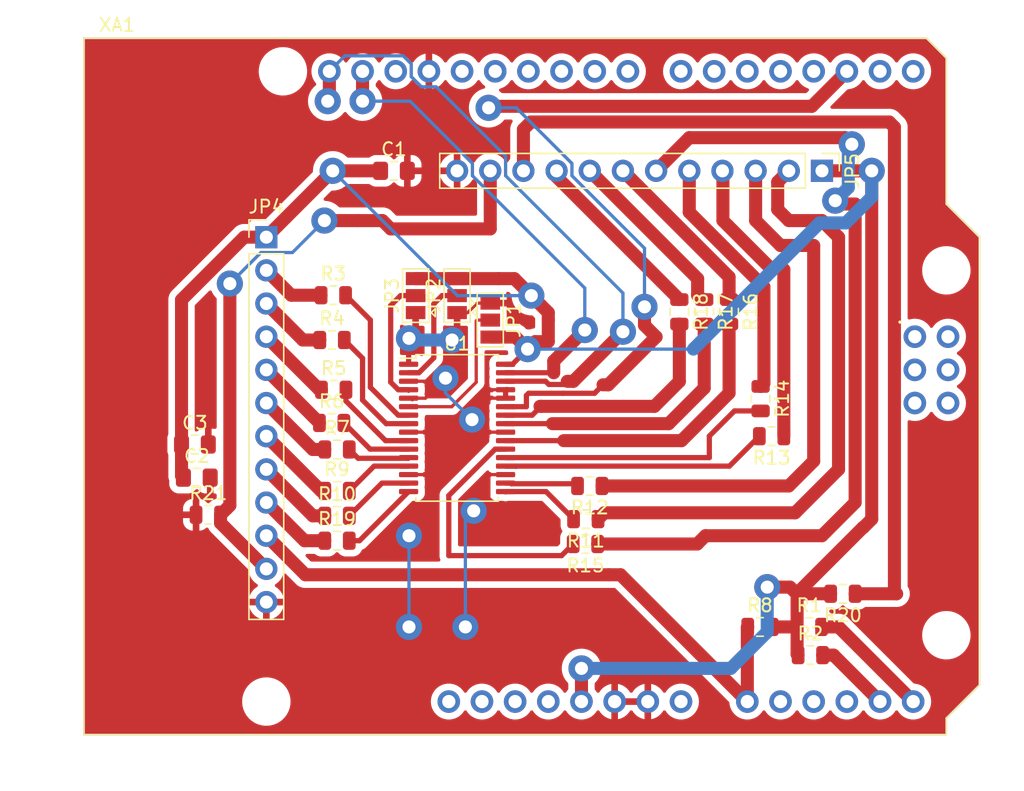
<source format=kicad_pcb>
(kicad_pcb (version 20221018) (generator pcbnew)
  (layers (0 "F.Cu" signal) (31 "B.Cu" signal) (34 "B.Paste" user) (35 "F.Paste" user) (36 "B.SilkS" user "B.Silkscreen") (37 "F.SilkS" user "F.Silkscreen") (38 "B.Mask" user) (39 "F.Mask" user) (44 "Edge.Cuts" user))
  (net 0 "")
  (net 1 "GND")
  (net 2 "5V")
  (net 3 "Net-(JP1-Pad2)")
  (net 4 "Net-(JP2-Pad2)")
  (net 5 "Net-(JP3-Pad2)")
  (net 6 "Net-(JP4-Pad11)")
  (net 7 "A0")
  (net 8 "Net-(JP4-Pad9)")
  (net 9 "Net-(JP4-Pad8)")
  (net 10 "Net-(JP4-Pad7)")
  (net 11 "Net-(JP4-Pad6)")
  (net 12 "Net-(JP4-Pad5)")
  (net 13 "Net-(JP4-Pad4)")
  (net 14 "Net-(JP4-Pad3)")
  (net 15 "Net-(JP4-Pad2)")
  (net 16 "Net-(JP5-Pad2)")
  (net 17 "Net-(JP5-Pad3)")
  (net 18 "Net-(JP5-Pad4)")
  (net 19 "Net-(JP5-Pad5)")
  (net 20 "Net-(JP5-Pad6)")
  (net 21 "Net-(JP5-Pad7)")
  (net 22 "Net-(JP5-Pad8)")
  (net 23 "Net-(JP5-Pad9)")
  (net 24 "Net-(JP5-Pad10)")
  (net 25 "OE-")
  (net 26 "SDA")
  (net 27 "SCL")
  (net 28 "Net-(R3-Pad2)")
  (net 29 "Net-(R4-Pad2)")
  (net 30 "Net-(R5-Pad2)")
  (net 31 "Net-(R6-Pad2)")
  (net 32 "Net-(R7-Pad2)")
  (net 33 "Net-(R9-Pad2)")
  (net 34 "Net-(R10-Pad2)")
  (net 35 "Net-(R11-Pad2)")
  (net 36 "Net-(R12-Pad2)")
  (net 37 "Net-(R13-Pad2)")
  (net 38 "Net-(R14-Pad2)")
  (net 39 "Net-(R15-Pad2)")
  (net 40 "Net-(R16-Pad2)")
  (net 41 "Net-(R17-Pad2)")
  (net 42 "Net-(R18-Pad2)")
  (net 43 "Net-(R19-Pad2)")
  (net 44 "Net-(XA1-PadRST2)")
  (net 45 "Net-(XA1-PadGND4)")
  (net 46 "Net-(XA1-PadMOSI)")
  (net 47 "Net-(XA1-PadSCK)")
  (net 48 "Net-(XA1-Pad5V2)")
  (net 49 "Net-(XA1-PadVIN)")
  (net 50 "Net-(XA1-Pad3V3)")
  (net 51 "Net-(XA1-PadRST1)")
  (net 52 "Net-(XA1-PadIORF)")
  (net 53 "Net-(XA1-PadD0)")
  (net 54 "Net-(XA1-PadD1)")
  (net 55 "Net-(XA1-PadD3)")
  (net 56 "Net-(XA1-PadD4)")
  (net 57 "Net-(XA1-PadD5)")
  (net 58 "Net-(XA1-PadD6)")
  (net 59 "Net-(XA1-PadD7)")
  (net 60 "Net-(XA1-PadD8)")
  (net 61 "Net-(XA1-PadD9)")
  (net 62 "Net-(XA1-PadD10)")
  (net 63 "Net-(XA1-PadAREF)")
  (net 64 "Net-(XA1-PadD13)")
  (net 65 "Net-(XA1-PadD12)")
  (net 66 "Net-(XA1-PadD11)")
  (net 67 "Net-(XA1-PadA1)")
  (net 68 "Net-(XA1-PadA2)")
  (net 69 "Net-(XA1-PadA3)")
  (net 70 "Net-(XA1-PadMISO)")
  (footprint "Capacitor_SMD:C_0805_2012Metric_Pad1.15x1.40mm_HandSolder" (layer "F.Cu") (at 104.385 155.575)
    (fp_text reference "C1")
    (fp_text value "0.1u")
  )
  (footprint "Capacitor_SMD:C_0805_2012Metric_Pad1.15x1.40mm_HandSolder" (layer "F.Cu") (at 89.29 179.07)
    (fp_text reference "C2")
    (fp_text value "1u")
  )
  (footprint "Capacitor_SMD:C_0805_2012Metric_Pad1.15x1.40mm_HandSolder" (layer "F.Cu") (at 89.145 176.53)
    (fp_text reference "C3")
    (fp_text value "1u")
  )
  (footprint "Jumper:SolderJumper-3_P1.3mm_Open_Pad1.0x1.5mm" (layer "F.Cu") (at 111.76 167.005 -90)
    (fp_text reference "JP1")
    (fp_text value "SolderJumper_3_Open")
  )
  (footprint "Jumper:SolderJumper-3_P1.3mm_Open_Pad1.0x1.5mm" (layer "F.Cu") (at 109.22 165.13 90)
    (fp_text reference "JP2")
    (fp_text value "SolderJumper_3_Open")
  )
  (footprint "Jumper:SolderJumper-3_P1.3mm_Open_Pad1.0x1.5mm" (layer "F.Cu") (at 106.045 165.13 90)
    (fp_text reference "JP3")
    (fp_text value "SolderJumper_3_Open")
  )
  (footprint "Connector_PinHeader_2.54mm:PinHeader_1x12_P2.54mm_Vertical" (layer "F.Cu") (at 94.615 160.655)
    (fp_text reference "JP4")
    (fp_text value "PINHD-1X12")
  )
  (footprint "Connector_PinHeader_2.54mm:PinHeader_1x12_P2.54mm_Vertical" (layer "F.Cu") (at 137.16 155.575 -90)
    (fp_text reference "JP5")
    (fp_text value "PINHD-1X12")
  )
  (footprint "Resistor_SMD:R_0805_2012Metric" (layer "F.Cu") (at 136.1925 190.5)
    (fp_text reference "R1")
    (fp_text value "10K")
  )
  (footprint "Resistor_SMD:R_0805_2012Metric" (layer "F.Cu") (at 136.271 192.659)
    (fp_text reference "R2")
    (fp_text value "10K")
  )
  (footprint "Resistor_SMD:R_0805_2012Metric" (layer "F.Cu") (at 99.7435 165.1)
    (fp_text reference "R3")
    (fp_text value "100R")
  )
  (footprint "Resistor_SMD:R_0805_2012Metric" (layer "F.Cu") (at 99.6465 168.529)
    (fp_text reference "R4")
    (fp_text value "68R")
  )
  (footprint "Resistor_SMD:R_0805_2012Metric" (layer "F.Cu") (at 99.7735 172.339)
    (fp_text reference "R5")
    (fp_text value "100R")
  )
  (footprint "Resistor_SMD:R_0805_2012Metric" (layer "F.Cu") (at 99.6165 174.879)
    (fp_text reference "R6")
    (fp_text value "68R")
  )
  (footprint "Resistor_SMD:R_0805_2012Metric" (layer "F.Cu") (at 100.0275 176.911)
    (fp_text reference "R7")
    (fp_text value "100R")
  )
  (footprint "Resistor_SMD:R_0805_2012Metric" (layer "F.Cu") (at 132.4125 190.5)
    (fp_text reference "R8")
    (fp_text value "R")
  )
  (footprint "Resistor_SMD:R_0805_2012Metric" (layer "F.Cu") (at 100.0275 180.086)
    (fp_text reference "R9")
    (fp_text value "68R")
  )
  (footprint "Resistor_SMD:R_0805_2012Metric" (layer "F.Cu") (at 100.0275 181.991)
    (fp_text reference "R10")
    (fp_text value "100R")
  )
  (footprint "Resistor_SMD:R_0805_2012Metric" (layer "F.Cu") (at 119.0775 182.245 180)
    (fp_text reference "R11")
    (fp_text value "100R")
  )
  (footprint "Resistor_SMD:R_0805_2012Metric" (layer "F.Cu") (at 119.38 179.705 180)
    (fp_text reference "R12")
    (fp_text value "68R")
  )
  (footprint "Resistor_SMD:R_0805_2012Metric" (layer "F.Cu") (at 133.3015 175.895 180)
    (fp_text reference "R13")
    (fp_text value "100R")
  )
  (footprint "Resistor_SMD:R_0805_2012Metric" (layer "F.Cu") (at 132.461 173.0225 -90)
    (fp_text reference "R14")
    (fp_text value "68R")
  )
  (footprint "Resistor_SMD:R_0805_2012Metric" (layer "F.Cu") (at 119.0475 184.15 180)
    (fp_text reference "R15")
    (fp_text value "100R")
  )
  (footprint "Resistor_SMD:R_0805_2012Metric" (layer "F.Cu") (at 130.048 166.37 -90)
    (fp_text reference "R16")
    (fp_text value "68R")
  )
  (footprint "Resistor_SMD:R_0805_2012Metric" (layer "F.Cu") (at 128.143 166.37 -90)
    (fp_text reference "R17")
    (fp_text value "100R")
  )
  (footprint "Resistor_SMD:R_0805_2012Metric" (layer "F.Cu") (at 126.238 166.37 -90)
    (fp_text reference "R18")
    (fp_text value "68R")
  )
  (footprint "Resistor_SMD:R_0805_2012Metric" (layer "F.Cu") (at 100.0275 183.896)
    (fp_text reference "R19")
    (fp_text value "68R")
  )
  (footprint "Resistor_SMD:R_0805_2012Metric" (layer "F.Cu") (at 138.7625 187.96 180)
    (fp_text reference "R20")
    (fp_text value "R")
  )
  (footprint "Resistor_SMD:R_0805_2012Metric" (layer "F.Cu") (at 90.17 181.9125)
    (fp_text reference "R21")
    (fp_text value "R")
  )
  (footprint "Package_SO:TSSOP-32_6.1x11mm_P0.65mm" (layer "F.Cu") (at 109.22 175.26)
    (fp_text reference "U1")
    (fp_text value "PCA9622")
  )
  (footprint "arduino:Arduino_Uno_Shield" (layer "F.Cu") (at 80.645 198.755)
    (fp_text reference "XA1")
    (fp_text value "Arduino_Uno_Shield")
  )
  (gr_line (start 146.685 198.755) (end 80.645 198.755) (stroke (width 0.05)) (layer "Edge.Cuts"))
  (gr_line (start 146.685 198.755) (end 146.685 197.485) (stroke (width 0.05)) (layer "Edge.Cuts"))
  (gr_line (start 80.645 145.415) (end 80.645 198.755) (stroke (width 0.05)) (layer "Edge.Cuts"))
  (gr_line (start 146.685 158.115) (end 146.685 146.939) (stroke (width 0.05)) (layer "Edge.Cuts"))
  (gr_line (start 149.225 160.655) (end 146.685 158.115) (stroke (width 0.05)) (layer "Edge.Cuts"))
  (gr_line (start 146.685 197.485) (end 149.225 194.945) (stroke (width 0.05)) (layer "Edge.Cuts"))
  (gr_line (start 146.685 146.939) (end 145.161 145.415) (stroke (width 0.05)) (layer "Edge.Cuts"))
  (gr_line (start 145.161 145.415) (end 80.645 145.415) (stroke (width 0.05)) (layer "Edge.Cuts"))
  (gr_line (start 149.225 194.945) (end 149.225 160.655) (stroke (width 0.05)) (layer "Edge.Cuts"))
  (segment (start 105.5075 171.685) (end 108.096 171.685) (width 0.25) (layer "F.Cu") (net 1))
  (segment (start 105.5075 178.835) (end 106.915 178.835) (width 0.25) (layer "F.Cu") (net 1))
  (segment (start 105.675 172.985) (end 105.79999 173.10999) (width 0.25) (layer "F.Cu") (net 1))
  (segment (start 108.096 171.685) (end 108.331 171.45) (width 0.25) (layer "F.Cu") (net 1))
  (segment (start 111.644 172.985) (end 111.644 173.344) (width 0.25) (layer "F.Cu") (net 1))
  (segment (start 105.5075 172.985) (end 105.675 172.985) (width 0.25) (layer "F.Cu") (net 1))
  (segment (start 106.915 178.835) (end 106.915 182.137) (width 0.25) (layer "F.Cu") (net 1))
  (segment (start 105.5075 168.4315) (end 105.537 168.402) (width 0.25) (layer "F.Cu") (net 1))
  (segment (start 106.196058 178.835) (end 105.5075 178.835) (width 0.25) (layer "F.Cu") (net 1))
  (segment (start 111.323 175.585) (end 110.363 174.625) (width 0.25) (layer "F.Cu") (net 1))
  (segment (start 105.5075 175.585) (end 109.403 175.585) (width 0.25) (layer "F.Cu") (net 1))
  (segment (start 105.5075 170.385) (end 105.5075 168.4315) (width 0.25) (layer "F.Cu") (net 1))
  (segment (start 110.035 166.43) (end 109.22 166.43) (width 0.25) (layer "F.Cu") (net 1))
  (segment (start 109.403 175.585) (end 110.363 174.625) (width 0.25) (layer "F.Cu") (net 1))
  (segment (start 111.652 178.835) (end 111.652 180.448) (width 0.25) (layer "F.Cu") (net 1))
  (segment (start 111.637 172.335) (end 111.637 173.351) (width 0.25) (layer "F.Cu") (net 1))
  (segment (start 112.9325 175.585) (end 111.323 175.585) (width 0.25) (layer "F.Cu") (net 1))
  (segment (start 110.76 165.705) (end 110.035 166.43) (width 0.25) (layer "F.Cu") (net 1))
  (segment (start 111.637 173.351) (end 110.363 174.625) (width 0.25) (layer "F.Cu") (net 1))
  (segment (start 112.9325 172.335) (end 113.03 172.2375) (width 0.25) (layer "F.Cu") (net 1))
  (segment (start 112.9325 172.985) (end 111.644 172.985) (width 0.25) (layer "F.Cu") (net 1))
  (segment (start 106.915 182.137) (end 105.537 183.515) (width 0.25) (layer "F.Cu") (net 1))
  (segment (start 106.796 172.985) (end 108.331 171.45) (width 0.25) (layer "F.Cu") (net 1))
  (segment (start 112.243942 175.585) (end 112.9325 175.585) (width 0.25) (layer "F.Cu") (net 1))
  (segment (start 112.9325 178.835) (end 111.652 178.835) (width 0.25) (layer "F.Cu") (net 1))
  (segment (start 112.9325 172.335) (end 111.637 172.335) (width 0.25) (layer "F.Cu") (net 1))
  (segment (start 111.644 173.344) (end 110.363 174.625) (width 0.25) (layer "F.Cu") (net 1))
  (segment (start 111.652 180.448) (end 110.49 181.61) (width 0.25) (layer "F.Cu") (net 1))
  (segment (start 105.5075 172.985) (end 106.796 172.985) (width 0.25) (layer "F.Cu") (net 1))
  (segment (start 111.76 165.705) (end 110.76 165.705) (width 0.25) (layer "F.Cu") (net 1))
  (via (at 108.839 168.529) (size 2) (drill 1) (layers "F.Cu" "B.Cu") (net 1))
  (via (at 105.537 168.402) (size 2) (drill 1) (layers "F.Cu" "B.Cu") (net 1))
  (via (at 110.49 181.61) (size 2) (drill 1) (layers "F.Cu" "B.Cu") (net 1))
  (via (at 108.331 171.45) (size 2) (drill 1) (layers "F.Cu" "B.Cu") (net 1))
  (via (at 105.537 183.515) (size 2) (drill 1) (layers "F.Cu" "B.Cu") (net 1))
  (via (at 110.363 174.625) (size 2) (drill 1) (layers "F.Cu" "B.Cu") (net 1))
  (via (at 109.855 190.5) (size 2) (drill 1) (layers "F.Cu" "B.Cu") (net 1))
  (via (at 105.537 190.5) (size 2) (drill 1) (layers "F.Cu" "B.Cu") (net 1))
  (segment (start 108.839 168.529) (end 105.664 168.529) (width 1) (layer "B.Cu") (net 1))
  (segment (start 105.664 168.529) (end 105.537 168.402) (width 1) (layer "B.Cu") (net 1))
  (segment (start 110.363 174.625) (end 108.331 172.593) (width 0.25) (layer "B.Cu") (net 1))
  (segment (start 105.537 183.515) (end 105.537 190.5) (width 0.25) (layer "B.Cu") (net 1))
  (segment (start 109.855 190.5) (end 109.855 182.245) (width 0.25) (layer "B.Cu") (net 1))
  (segment (start 108.331 172.593) (end 108.331 171.45) (width 0.25) (layer "B.Cu") (net 1))
  (segment (start 109.855 182.245) (end 110.49 181.61) (width 0.25) (layer "B.Cu") (net 1))
  (segment (start 99.695 155.575) (end 99.695 155.575) (width 1) (layer "F.Cu") (net 2))
  (segment (start 114.905001 165.129999) (end 113.605002 163.83) (width 1) (layer "F.Cu") (net 2))
  (segment (start 140.97 155.575) (end 140.97 155.575) (width 1) (layer "F.Cu") (net 2))
  (segment (start 112.9325 170.385) (end 113.46 170.385) (width 0.4) (layer "F.Cu") (net 2))
  (segment (start 109.22 163.83) (end 112.395 163.83) (width 1) (layer "F.Cu") (net 2))
  (segment (start 135.255 187.99) (end 135.225 187.96) (width 1) (layer "F.Cu") (net 2))
  (segment (start 135.255 192.5805) (end 135.3335 192.659) (width 1) (layer "F.Cu") (net 2))
  (segment (start 92.91793 160.655) (end 94.615 160.655) (width 1) (layer "F.Cu") (net 2))
  (segment (start 135.255 190.5) (end 135.255 192.5805) (width 1) (layer "F.Cu") (net 2))
  (segment (start 132.969 187.452) (end 134.717 187.452) (width 1) (layer "F.Cu") (net 2))
  (segment (start 118.745 193.675) (end 118.745 196.215) (width 1) (layer "F.Cu") (net 2))
  (segment (start 116.205 168.91) (end 116.205 168.656) (width 0.25) (layer "F.Cu") (net 2))
  (segment (start 133.35 190.5) (end 135.255 190.5) (width 1) (layer "F.Cu") (net 2))
  (segment (start 111.76 168.305) (end 113.695 168.305) (width 1) (layer "F.Cu") (net 2))
  (segment (start 88.12 165.45293) (end 92.91793 160.655) (width 1) (layer "F.Cu") (net 2))
  (segment (start 116.205 167.005) (end 116.205 168.63326) (width 1) (layer "F.Cu") (net 2))
  (segment (start 115.189 168.656) (end 114.6175 169.2275) (width 1) (layer "F.Cu") (net 2))
  (segment (start 116.205 166.429998) (end 114.905001 165.129999) (width 1) (layer "F.Cu") (net 2))
  (segment (start 140.305 182.88) (end 140.335 182.88) (width 1) (layer "F.Cu") (net 2))
  (segment (start 113.605002 163.83) (end 112.395 163.83) (width 1) (layer "F.Cu") (net 2))
  (segment (start 135.255 190.5) (end 135.255 187.99) (width 1) (layer "F.Cu") (net 2))
  (segment (start 88.12 178.925) (end 88.265 179.07) (width 1) (layer "F.Cu") (net 2))
  (segment (start 88.12 176.53) (end 88.12 165.45293) (width 1) (layer "F.Cu") (net 2))
  (segment (start 116.205 167.005) (end 116.205 166.429998) (width 1) (layer "F.Cu") (net 2))
  (segment (start 113.695 168.305) (end 114.6175 169.2275) (width 1) (layer "F.Cu") (net 2))
  (segment (start 106.045 163.83) (end 109.22 163.83) (width 1) (layer "F.Cu") (net 2))
  (segment (start 140.97 155.575) (end 137.16 155.575) (width 1) (layer "F.Cu") (net 2))
  (segment (start 113.46 170.385) (end 114.6175 169.2275) (width 0.4) (layer "F.Cu") (net 2))
  (segment (start 116.205 168.656) (end 115.189 168.656) (width 1) (layer "F.Cu") (net 2))
  (segment (start 135.225 187.96) (end 140.305 182.88) (width 1) (layer "F.Cu") (net 2))
  (segment (start 135.225 187.96) (end 137.825 187.96) (width 1) (layer "F.Cu") (net 2))
  (segment (start 88.12 176.53) (end 88.12 178.925) (width 1) (layer "F.Cu") (net 2))
  (segment (start 103.36 155.575) (end 99.695 155.575) (width 1) (layer "F.Cu") (net 2))
  (segment (start 134.717 187.452) (end 135.225 187.96) (width 1) (layer "F.Cu") (net 2))
  (segment (start 140.97 182.245) (end 140.97 155.575) (width 1) (layer "F.Cu") (net 2))
  (segment (start 99.695 155.575) (end 94.615 160.655) (width 1) (layer "F.Cu") (net 2))
  (segment (start 140.335 182.88) (end 140.97 182.245) (width 1) (layer "F.Cu") (net 2))
  (segment (start 116.205 168.656) (end 116.205 167.005) (width 0.25) (layer "F.Cu") (net 2))
  (via (at 118.745 193.675) (size 2) (drill 1) (layers "F.Cu" "B.Cu") (net 2))
  (via (at 114.6175 169.2275) (size 2) (drill 1) (layers "F.Cu" "B.Cu") (net 2))
  (via (at 99.695 155.575) (size 2) (drill 1) (layers "F.Cu" "B.Cu") (net 2))
  (via (at 132.969 187.452) (size 2) (drill 1) (layers "F.Cu" "B.Cu") (net 2))
  (via (at 140.97 155.575) (size 2) (drill 1) (layers "F.Cu" "B.Cu") (net 2))
  (via (at 114.905001 165.129999) (size 2) (drill 1) (layers "F.Cu" "B.Cu") (net 2))
  (segment (start 114.6175 169.2275) (end 127.3175 169.2275) (width 0.25) (layer "B.Cu") (net 2))
  (segment (start 127.3175 169.2275) (end 136.983999 159.561001) (width 1) (layer "B.Cu") (net 2))
  (segment (start 130.175 193.675) (end 132.969 190.881) (width 1) (layer "B.Cu") (net 2))
  (segment (start 136.983999 159.561001) (end 138.992001 159.561001) (width 1) (layer "B.Cu") (net 2))
  (segment (start 109.249999 165.129999) (end 99.695 155.575) (width 0.25) (layer "B.Cu") (net 2))
  (segment (start 132.969 190.881) (end 132.969 187.452) (width 1) (layer "B.Cu") (net 2))
  (segment (start 118.745 193.675) (end 130.175 193.675) (width 1) (layer "B.Cu") (net 2))
  (segment (start 138.992001 159.561001) (end 140.97 157.583002) (width 1) (layer "B.Cu") (net 2))
  (segment (start 140.97 157.583002) (end 140.97 155.575) (width 1) (layer "B.Cu") (net 2))
  (segment (start 114.905001 165.129999) (end 109.249999 165.129999) (width 0.25) (layer "B.Cu") (net 2))
  (segment (start 110.684999 167.080001) (end 110.76 167.005) (width 0.25) (layer "F.Cu") (net 3))
  (segment (start 108.813 173.635) (end 110.684999 171.763001) (width 0.25) (layer "F.Cu") (net 3))
  (segment (start 110.684999 171.763001) (end 110.684999 167.080001) (width 0.25) (layer "F.Cu") (net 3))
  (segment (start 105.5075 173.635) (end 108.813 173.635) (width 0.25) (layer "F.Cu") (net 3))
  (segment (start 110.76 167.005) (end 111.76 167.005) (width 0.25) (layer "F.Cu") (net 3))
  (segment (start 107.438999 165.761001) (end 108.07 165.13) (width 0.4) (layer "F.Cu") (net 4))
  (segment (start 105.5075 171.035) (end 106.302124 171.035) (width 0.4) (layer "F.Cu") (net 4))
  (segment (start 107.438999 169.898125) (end 107.438999 165.761001) (width 0.4) (layer "F.Cu") (net 4))
  (segment (start 106.302124 171.035) (end 107.438999 169.898125) (width 0.4) (layer "F.Cu") (net 4))
  (segment (start 108.07 165.13) (end 109.22 165.13) (width 0.4) (layer "F.Cu") (net 4))
  (segment (start 104.136999 165.888001) (end 104.895 165.13) (width 0.4) (layer "F.Cu") (net 5))
  (segment (start 104.712876 172.335) (end 104.136999 171.759123) (width 0.4) (layer "F.Cu") (net 5))
  (segment (start 105.045 165.13) (end 106.045 165.13) (width 0.25) (layer "F.Cu") (net 5))
  (segment (start 104.895 165.13) (end 106.045 165.13) (width 0.4) (layer "F.Cu") (net 5))
  (segment (start 105.5075 172.335) (end 105.5075 172.45999) (width 0.25) (layer "F.Cu") (net 5))
  (segment (start 105.5075 172.335) (end 104.818942 172.335) (width 0.25) (layer "F.Cu") (net 5))
  (segment (start 104.136999 171.759123) (end 104.136999 165.888001) (width 0.4) (layer "F.Cu") (net 5))
  (segment (start 105.5075 172.335) (end 104.712876 172.335) (width 0.4) (layer "F.Cu") (net 5))
  (segment (start 99.06 159.385) (end 101.6 159.385) (width 1) (layer "F.Cu") (net 6))
  (segment (start 91.1075 181.9125) (end 91.1075 182.5475) (width 1) (layer "F.Cu") (net 6))
  (segment (start 91.821 164.211) (end 91.821 181.199) (width 1) (layer "F.Cu") (net 6))
  (segment (start 111.76 155.575) (end 111.76 160.02) (width 1) (layer "F.Cu") (net 6))
  (segment (start 99.06 159.385) (end 99.06 159.385) (width 1) (layer "F.Cu") (net 6))
  (segment (start 91.821 181.199) (end 91.593027 181.426973) (width 1) (layer "F.Cu") (net 6))
  (segment (start 101.6 159.385) (end 103.505 159.385) (width 1) (layer "F.Cu") (net 6))
  (segment (start 111.76 160.02) (end 104.14 160.02) (width 1) (layer "F.Cu") (net 6))
  (segment (start 104.14 160.02) (end 103.505 159.385) (width 1) (layer "F.Cu") (net 6))
  (segment (start 91.1075 181.9125) (end 91.593027 181.426973) (width 1) (layer "F.Cu") (net 6))
  (segment (start 91.1075 182.5475) (end 94.615 186.055) (width 1) (layer "F.Cu") (net 6))
  (via (at 99.06 159.385) (size 2) (drill 1) (layers "F.Cu" "B.Cu") (net 6))
  (via (at 91.821 164.211) (size 2) (drill 1) (layers "F.Cu" "B.Cu") (net 6))
  (segment (start 94.201999 161.830001) (end 91.821 164.211) (width 0.25) (layer "B.Cu") (net 6))
  (segment (start 96.614999 161.830001) (end 94.201999 161.830001) (width 0.25) (layer "B.Cu") (net 6))
  (segment (start 99.06 159.385) (end 96.614999 161.830001) (width 0.25) (layer "B.Cu") (net 6))
  (segment (start 131.445 190.53) (end 131.475 190.5) (width 1) (layer "F.Cu") (net 7))
  (segment (start 121.734675 186.504675) (end 120.835325 186.504675) (width 1) (layer "F.Cu") (net 7))
  (segment (start 97.604675 186.504675) (end 94.615 183.515) (width 1) (layer "F.Cu") (net 7))
  (segment (start 120.835325 186.504675) (end 97.604675 186.504675) (width 1) (layer "F.Cu") (net 7))
  (segment (start 131.445 196.215) (end 131.445 190.53) (width 1) (layer "F.Cu") (net 7))
  (segment (start 131.445 196.215) (end 121.734675 186.504675) (width 1) (layer "F.Cu") (net 7))
  (segment (start 99.09 183.896) (end 97.536 183.896) (width 1) (layer "F.Cu") (net 8))
  (segment (start 97.536 183.896) (end 94.615 180.975) (width 1) (layer "F.Cu") (net 8))
  (segment (start 99.09 181.991) (end 98.171 181.991) (width 1) (layer "F.Cu") (net 9))
  (segment (start 98.171 181.991) (end 94.615 178.435) (width 1) (layer "F.Cu") (net 9))
  (segment (start 99.09 180.086) (end 98.806 180.086) (width 1) (layer "F.Cu") (net 10))
  (segment (start 98.806 180.086) (end 94.615 175.895) (width 1) (layer "F.Cu") (net 10))
  (segment (start 99.09 176.911) (end 98.171 176.911) (width 1) (layer "F.Cu") (net 11))
  (segment (start 98.171 176.911) (end 94.615 173.355) (width 1) (layer "F.Cu") (net 11))
  (segment (start 98.679 174.879) (end 94.615 170.815) (width 1) (layer "F.Cu") (net 12))
  (segment (start 98.836 172.339) (end 98.679 172.339) (width 1) (layer "F.Cu") (net 13))
  (segment (start 98.679 172.339) (end 94.615 168.275) (width 1) (layer "F.Cu") (net 13))
  (segment (start 97.409 168.529) (end 94.615 165.735) (width 1) (layer "F.Cu") (net 14))
  (segment (start 98.709 168.529) (end 97.409 168.529) (width 1) (layer "F.Cu") (net 14))
  (segment (start 96.52 165.1) (end 94.615 163.195) (width 1) (layer "F.Cu") (net 15))
  (segment (start 98.806 165.1) (end 96.52 165.1) (width 1) (layer "F.Cu") (net 15))
  (segment (start 134.62 159.385) (end 133.770001 158.535001) (width 1) (layer "F.Cu") (net 16))
  (segment (start 137.16 159.385) (end 134.62 159.385) (width 1) (layer "F.Cu") (net 16))
  (segment (start 138.43 178.435) (end 138.43 160.655) (width 1) (layer "F.Cu") (net 16))
  (segment (start 138.43 160.655) (end 137.16 159.385) (width 1) (layer "F.Cu") (net 16))
  (segment (start 120.015 182.245) (end 120.500527 181.759473) (width 1) (layer "F.Cu") (net 16))
  (segment (start 133.770001 158.535001) (end 133.770001 156.424999) (width 1) (layer "F.Cu") (net 16))
  (segment (start 135.105527 181.759473) (end 138.43 178.435) (width 1) (layer "F.Cu") (net 16))
  (segment (start 120.500527 181.759473) (end 135.105527 181.759473) (width 1) (layer "F.Cu") (net 16))
  (segment (start 133.770001 156.424999) (end 134.62 155.575) (width 1) (layer "F.Cu") (net 16))
  (segment (start 132.08 159.385) (end 132.08 155.575) (width 1) (layer "F.Cu") (net 17))
  (segment (start 136.525 177.8) (end 136.525 161.29) (width 1) (layer "F.Cu") (net 17))
  (segment (start 120.3175 179.705) (end 134.62 179.705) (width 1) (layer "F.Cu") (net 17))
  (segment (start 120.3175 179.705) (end 120.015 179.705) (width 0.25) (layer "F.Cu") (net 17))
  (segment (start 136.525 161.29) (end 133.985 161.29) (width 1) (layer "F.Cu") (net 17))
  (segment (start 134.62 179.705) (end 136.525 177.8) (width 1) (layer "F.Cu") (net 17))
  (segment (start 133.985 161.29) (end 132.08 159.385) (width 1) (layer "F.Cu") (net 17))
  (segment (start 129.57502 155.61002) (end 129.54 155.575) (width 1) (layer "F.Cu") (net 18))
  (segment (start 129.57502 159.385) (end 129.57502 155.61002) (width 1) (layer "F.Cu") (net 18))
  (segment (start 133.165011 162.974991) (end 129.57502 159.385) (width 1) (layer "F.Cu") (net 18))
  (segment (start 133.165011 162.974991) (end 134.078009 162.974991) (width 1) (layer "F.Cu") (net 18))
  (segment (start 134.239 175.895) (end 134.239 163.135982) (width 1) (layer "F.Cu") (net 18))
  (segment (start 134.078009 162.974991) (end 134.239 163.135982) (width 1) (layer "F.Cu") (net 18))
  (segment (start 127 155.575) (end 127 158.75) (width 1) (layer "F.Cu") (net 19))
  (segment (start 132.715 171.831) (end 132.461 172.085) (width 1) (layer "F.Cu") (net 19))
  (segment (start 132.715 164.465) (end 132.715 171.831) (width 1) (layer "F.Cu") (net 19))
  (segment (start 127 158.75) (end 132.715 164.465) (width 1) (layer "F.Cu") (net 19))
  (segment (start 127.605 184.15) (end 119.985 184.15) (width 1) (layer "F.Cu") (net 20))
  (segment (start 128.24 183.515) (end 137.16 183.515) (width 1) (layer "F.Cu") (net 20))
  (segment (start 139.7 158.115) (end 138.43 158.115) (width 1) (layer "F.Cu") (net 20))
  (segment (start 128.24 183.515) (end 127.605 184.15) (width 1) (layer "F.Cu") (net 20))
  (segment (start 127 153.035) (end 138.938 153.035) (width 1) (layer "F.Cu") (net 20))
  (segment (start 138.938 153.035) (end 139.446 153.543) (width 1) (layer "F.Cu") (net 20))
  (segment (start 137.16 183.515) (end 139.7 180.975) (width 1) (layer "F.Cu") (net 20))
  (segment (start 138.43 158.115) (end 138.176 157.861) (width 1) (layer "F.Cu") (net 20))
  (segment (start 124.46 155.575) (end 127 153.035) (width 1) (layer "F.Cu") (net 20))
  (segment (start 139.7 180.975) (end 139.7 158.115) (width 1) (layer "F.Cu") (net 20))
  (via (at 138.176 157.861) (size 2) (drill 1) (layers "F.Cu" "B.Cu") (net 20))
  (via (at 139.446 153.543) (size 2) (drill 1) (layers "F.Cu" "B.Cu") (net 20))
  (segment (start 139.175999 153.813001) (end 139.175999 156.861001) (width 1) (layer "B.Cu") (net 20))
  (segment (start 139.175999 156.861001) (end 138.176 157.861) (width 1) (layer "B.Cu") (net 20))
  (segment (start 139.446 153.543) (end 139.175999 153.813001) (width 1) (layer "B.Cu") (net 20))
  (segment (start 122.55641 155.575) (end 121.92 155.575) (width 0.25) (layer "F.Cu") (net 21))
  (segment (start 130.048 165.4325) (end 130.048 163.703) (width 1) (layer "F.Cu") (net 21))
  (segment (start 130.048 163.703) (end 121.92 155.575) (width 1) (layer "F.Cu") (net 21))
  (segment (start 127.63801 163.83301) (end 119.38 155.575) (width 1) (layer "F.Cu") (net 22))
  (segment (start 127.63801 165.10301) (end 127.63801 163.83301) (width 1) (layer "F.Cu") (net 22))
  (segment (start 128.143 165.4325) (end 127.9675 165.4325) (width 1) (layer "F.Cu") (net 22))
  (segment (start 127.9675 165.4325) (end 127.63801 165.10301) (width 1) (layer "F.Cu") (net 22))
  (segment (start 116.84 156.0345) (end 116.84 155.575) (width 1) (layer "F.Cu") (net 23))
  (segment (start 126.238 165.4325) (end 116.84 156.0345) (width 1) (layer "F.Cu") (net 23))
  (segment (start 114.86501 151.83499) (end 142.30999 151.83499) (width 1) (layer "F.Cu") (net 24))
  (segment (start 142.708399 187.793399) (end 142.708399 152.233399) (width 1) (layer "F.Cu") (net 24))
  (segment (start 142.30999 151.83499) (end 142.708399 152.233399) (width 1) (layer "F.Cu") (net 24))
  (segment (start 114.3 152.4) (end 114.3 155.575) (width 1) (layer "F.Cu") (net 24))
  (segment (start 142.875 187.96) (end 142.708399 187.793399) (width 1) (layer "F.Cu") (net 24))
  (segment (start 114.3 152.4) (end 114.86501 151.83499) (width 1) (layer "F.Cu") (net 24))
  (segment (start 139.7 187.96) (end 142.875 187.96) (width 1) (layer "F.Cu") (net 24))
  (segment (start 114.528 172.777) (end 114.6965 172.6085) (width 0.4) (layer "F.Cu") (net 25))
  (segment (start 139.065 147.955) (end 136.38502 150.63498) (width 1) (layer "F.Cu") (net 25))
  (segment (start 123.571 167.403213) (end 124.46 168.292213) (width 1) (layer "F.Cu") (net 25))
  (segment (start 136.38502 150.63498) (end 111.74702 150.63498) (width 1) (layer "F.Cu") (net 25))
  (segment (start 119.7455 172.6085) (end 120.396 171.958) (width 0.4) (layer "F.Cu") (net 25))
  (segment (start 114.528 173.635) (end 114.528 172.777) (width 0.4) (layer "F.Cu") (net 25))
  (segment (start 117.3325 172.6085) (end 119.7455 172.6085) (width 0.4) (layer "F.Cu") (net 25))
  (segment (start 120.794213 171.958) (end 124.46 168.292213) (width 1) (layer "F.Cu") (net 25))
  (segment (start 111.74702 150.63498) (end 111.633 150.749) (width 1) (layer "F.Cu") (net 25))
  (segment (start 123.571 165.989) (end 123.571 167.403213) (width 1) (layer "F.Cu") (net 25))
  (segment (start 117.3325 172.6085) (end 114.6965 172.6085) (width 0.4) (layer "F.Cu") (net 25))
  (segment (start 112.9325 173.635) (end 114.528 173.635) (width 0.4) (layer "F.Cu") (net 25))
  (segment (start 120.396 171.958) (end 120.794213 171.958) (width 1) (layer "F.Cu") (net 25))
  (via (at 123.571 165.989) (size 2) (drill 1) (layers "F.Cu" "B.Cu") (net 25))
  (via (at 111.633 150.749) (size 2) (drill 1) (layers "F.Cu" "B.Cu") (net 25))
  (segment (start 113.753002 150.749) (end 111.633 150.749) (width 0.25) (layer "B.Cu") (net 25))
  (segment (start 123.571 165.989) (end 123.571 161.505002) (width 0.25) (layer "B.Cu") (net 25))
  (segment (start 118.015001 155.949003) (end 118.015001 155.010999) (width 0.25) (layer "B.Cu") (net 25))
  (segment (start 123.571 161.505002) (end 118.015001 155.949003) (width 0.25) (layer "B.Cu") (net 25))
  (segment (start 118.015001 155.010999) (end 113.753002 150.749) (width 0.25) (layer "B.Cu") (net 25))
  (segment (start 141.605 196.215) (end 141.605 196.342) (width 1) (layer "F.Cu") (net 26))
  (segment (start 116.62 171.035) (end 116.62 170.146) (width 1) (layer "F.Cu") (net 26))
  (segment (start 116.62 170.146) (end 118.999 167.767) (width 1) (layer "F.Cu") (net 26))
  (segment (start 101.981 147.955) (end 101.981 150.241) (width 1) (layer "F.Cu") (net 26))
  (segment (start 112.9325 171.035) (end 116.62 171.035) (width 0.4) (layer "F.Cu") (net 26))
  (segment (start 137.2085 192.659) (end 138.049 192.659) (width 1) (layer "F.Cu") (net 26))
  (segment (start 138.049 192.659) (end 141.605 196.215) (width 1) (layer "F.Cu") (net 26))
  (via (at 118.999 167.767) (size 2) (drill 1) (layers "F.Cu" "B.Cu") (net 26))
  (via (at 101.981 150.241) (size 2) (drill 1) (layers "F.Cu" "B.Cu") (net 26))
  (segment (start 105.625002 150.241) (end 101.981 150.241) (width 0.25) (layer "B.Cu") (net 26))
  (segment (start 118.999 164.553002) (end 110.395001 155.949003) (width 0.25) (layer "B.Cu") (net 26))
  (segment (start 118.999 167.767) (end 118.999 164.553002) (width 0.25) (layer "B.Cu") (net 26))
  (segment (start 110.395001 155.949003) (end 110.395001 155.010999) (width 0.25) (layer "B.Cu") (net 26))
  (segment (start 110.395001 155.010999) (end 105.625002 150.241) (width 0.25) (layer "B.Cu") (net 26))
  (segment (start 118.999 167.767) (end 118.999 167.894) (width 1) (layer "B.Cu") (net 26))
  (segment (start 112.9325 171.685) (end 115.997194 171.685) (width 0.4) (layer "F.Cu") (net 27))
  (segment (start 121.92 167.894) (end 118.12101 171.69299) (width 1) (layer "F.Cu") (net 27))
  (segment (start 116.247204 171.93501) (end 117.49799 171.93501) (width 0.4) (layer "F.Cu") (net 27))
  (segment (start 115.997194 171.685) (end 116.247204 171.93501) (width 0.4) (layer "F.Cu") (net 27))
  (segment (start 99.441 147.955) (end 99.441 150.114) (width 1) (layer "F.Cu") (net 27))
  (segment (start 144.145 196.215) (end 138.43 190.5) (width 1) (layer "F.Cu") (net 27))
  (segment (start 118.12101 171.69299) (end 117.65908 171.69299) (width 1) (layer "F.Cu") (net 27))
  (segment (start 138.43 190.5) (end 137.13 190.5) (width 1) (layer "F.Cu") (net 27))
  (segment (start 99.441 150.114) (end 99.314 150.241) (width 1) (layer "F.Cu") (net 27))
  (segment (start 137.235001 190.605001) (end 137.13 190.5) (width 0.25) (layer "F.Cu") (net 27))
  (via (at 121.92 167.894) (size 2) (drill 1) (layers "F.Cu" "B.Cu") (net 27))
  (via (at 99.314 150.241) (size 2) (drill 1) (layers "F.Cu" "B.Cu") (net 27))
  (segment (start 112.935001 154.464001) (end 107.614601 149.143601) (width 0.25) (layer "B.Cu") (net 27))
  (segment (start 121.92 167.894) (end 121.92 164.934002) (width 0.25) (layer "B.Cu") (net 27))
  (segment (start 121.92 164.934002) (end 112.935001 155.949003) (width 0.25) (layer "B.Cu") (net 27))
  (segment (start 112.935001 155.949003) (end 112.935001 154.464001) (width 0.25) (layer "B.Cu") (net 27))
  (segment (start 100.629601 146.766399) (end 99.441 147.955) (width 0.25) (layer "B.Cu") (net 27))
  (segment (start 105.709601 147.384471) (end 105.091529 146.766399) (width 0.25) (layer "B.Cu") (net 27))
  (segment (start 105.709601 148.362731) (end 105.709601 147.384471) (width 0.25) (layer "B.Cu") (net 27))
  (segment (start 105.091529 146.766399) (end 100.629601 146.766399) (width 0.25) (layer "B.Cu") (net 27))
  (segment (start 107.614601 149.143601) (end 106.490471 149.143601) (width 0.25) (layer "B.Cu") (net 27))
  (segment (start 106.490471 149.143601) (end 105.709601 148.362731) (width 0.25) (layer "B.Cu") (net 27))
  (segment (start 102.58101 167.00001) (end 100.681 165.1) (width 0.4) (layer "F.Cu") (net 28))
  (segment (start 104.712876 174.285) (end 102.58101 172.153134) (width 0.4) (layer "F.Cu") (net 28))
  (segment (start 102.58101 172.153134) (end 102.58101 167.00001) (width 0.4) (layer "F.Cu") (net 28))
  (segment (start 105.5075 174.285) (end 104.712876 174.285) (width 0.4) (layer "F.Cu") (net 28))
  (segment (start 101.981 169.926) (end 100.584 168.529) (width 0.4) (layer "F.Cu") (net 29))
  (segment (start 103.788964 174.935) (end 101.981 173.127036) (width 0.4) (layer "F.Cu") (net 29))
  (segment (start 105.5075 174.935) (end 103.788964 174.935) (width 0.4) (layer "F.Cu") (net 29))
  (segment (start 101.981 173.127036) (end 101.981 169.926) (width 0.4) (layer "F.Cu") (net 29))
  (segment (start 100.711 173.202836) (end 100.711 172.339) (width 0.4) (layer "F.Cu") (net 30))
  (segment (start 103.743164 176.235) (end 100.711 173.202836) (width 0.4) (layer "F.Cu") (net 30))
  (segment (start 105.5075 176.235) (end 103.743164 176.235) (width 0.4) (layer "F.Cu") (net 30))
  (segment (start 105.5075 176.885) (end 102.56 176.885) (width 0.4) (layer "F.Cu") (net 31))
  (segment (start 105.5075 176.885) (end 104.78359 176.885) (width 0.25) (layer "F.Cu") (net 31))
  (segment (start 102.56 176.885) (end 100.554 174.879) (width 0.4) (layer "F.Cu") (net 31))
  (segment (start 105.5075 177.535) (end 105.5075 177.65999) (width 0.25) (layer "F.Cu") (net 32))
  (segment (start 100.965 176.911) (end 101.63899 177.58499) (width 0.4) (layer "F.Cu") (net 32))
  (segment (start 105.45751 177.58499) (end 105.5075 177.535) (width 0.4) (layer "F.Cu") (net 32))
  (segment (start 101.63899 177.58499) (end 105.45751 177.58499) (width 0.4) (layer "F.Cu") (net 32))
  (segment (start 105.5075 177.535) (end 104.77 177.535) (width 0.25) (layer "F.Cu") (net 32))
  (segment (start 100.965 180.086) (end 102.866 178.185) (width 0.4) (layer "F.Cu") (net 33))
  (segment (start 105.5075 178.185) (end 103.255 178.185) (width 0.25) (layer "F.Cu") (net 33))
  (segment (start 102.866 178.185) (end 105.5075 178.185) (width 0.4) (layer "F.Cu") (net 33))
  (segment (start 103.471 179.485) (end 105.5075 179.485) (width 0.4) (layer "F.Cu") (net 34))
  (segment (start 100.965 181.991) (end 103.471 179.485) (width 0.4) (layer "F.Cu") (net 34))
  (segment (start 112.9325 180.135) (end 116.03 180.135) (width 0.4) (layer "F.Cu") (net 35))
  (segment (start 116.03 180.135) (end 118.14 182.245) (width 0.4) (layer "F.Cu") (net 35))
  (segment (start 112.9325 180.135) (end 112.9325 180.2425) (width 0.25) (layer "F.Cu") (net 35))
  (segment (start 118.27249 179.53499) (end 118.4425 179.705) (width 0.4) (layer "F.Cu") (net 36))
  (segment (start 112.9325 179.485) (end 113.318 179.485) (width 0.4) (layer "F.Cu") (net 36))
  (segment (start 113.36799 179.53499) (end 118.27249 179.53499) (width 0.4) (layer "F.Cu") (net 36))
  (segment (start 113.318 179.485) (end 113.36799 179.53499) (width 0.4) (layer "F.Cu") (net 36))
  (segment (start 112.9325 178.185) (end 130.074 178.185) (width 0.4) (layer "F.Cu") (net 37))
  (segment (start 113.621058 178.185) (end 113.721585 178.285527) (width 0.25) (layer "F.Cu") (net 37))
  (segment (start 130.074 178.185) (end 132.364 175.895) (width 0.4) (layer "F.Cu") (net 37))
  (segment (start 112.9325 178.185) (end 113.621058 178.185) (width 0.25) (layer "F.Cu") (net 37))
  (segment (start 112.9325 177.535) (end 114.035 177.535) (width 0.25) (layer "F.Cu") (net 38))
  (segment (start 112.9325 177.535) (end 128.535 177.535) (width 0.4) (layer "F.Cu") (net 38))
  (segment (start 128.535 175.884) (end 130.459 173.96) (width 0.4) (layer "F.Cu") (net 38))
  (segment (start 130.459 173.96) (end 132.461 173.96) (width 0.4) (layer "F.Cu") (net 38))
  (segment (start 128.535 177.535) (end 128.535 175.884) (width 0.4) (layer "F.Cu") (net 38))
  (segment (start 112.9325 177.535) (end 117.77141 177.535) (width 0.25) (layer "F.Cu") (net 38))
  (segment (start 112.137876 176.885) (end 108.585 180.437876) (width 0.4) (layer "F.Cu") (net 39))
  (segment (start 117.221 185.039) (end 118.11 184.15) (width 0.4) (layer "F.Cu") (net 39))
  (segment (start 112.9325 176.885) (end 112.137876 176.885) (width 0.4) (layer "F.Cu") (net 39))
  (segment (start 108.585 185.039) (end 117.221 185.039) (width 0.4) (layer "F.Cu") (net 39))
  (segment (start 108.585 180.437876) (end 108.585 185.039) (width 0.4) (layer "F.Cu") (net 39))
  (segment (start 117.389 176.235) (end 126.406 176.235) (width 1) (layer "F.Cu") (net 40))
  (segment (start 130.048 172.593) (end 130.048 167.3075) (width 1) (layer "F.Cu") (net 40))
  (segment (start 112.9325 176.235) (end 117.389 176.235) (width 0.4) (layer "F.Cu") (net 40))
  (segment (start 117.389 176.235) (end 117.845 176.235) (width 0.25) (layer "F.Cu") (net 40))
  (segment (start 126.406 176.235) (end 130.048 172.593) (width 1) (layer "F.Cu") (net 40))
  (segment (start 117.845 176.235) (end 118.14 176.53) (width 0.25) (layer "F.Cu") (net 40))
  (segment (start 128.143 167.3075) (end 128.143 172.212) (width 1) (layer "F.Cu") (net 41))
  (segment (start 112.9325 174.935) (end 113.482 174.935) (width 0.4) (layer "F.Cu") (net 41))
  (segment (start 128.143 172.212) (end 125.42 174.935) (width 1) (layer "F.Cu") (net 41))
  (segment (start 113.482 174.935) (end 116.515 174.935) (width 0.4) (layer "F.Cu") (net 41))
  (segment (start 117.195 174.935) (end 116.515 174.935) (width 0.25) (layer "F.Cu") (net 41))
  (segment (start 125.42 174.935) (end 116.515 174.935) (width 1) (layer "F.Cu") (net 41))
  (segment (start 126.238 167.3075) (end 126.238 171.704) (width 1) (layer "F.Cu") (net 42))
  (segment (start 114.9725 174.285) (end 115.6485 173.609) (width 0.4) (layer "F.Cu") (net 42))
  (segment (start 112.9325 174.285) (end 114.9725 174.285) (width 0.4) (layer "F.Cu") (net 42))
  (segment (start 124.333 173.609) (end 115.6485 173.609) (width 1) (layer "F.Cu") (net 42))
  (segment (start 115.6485 173.609) (end 115.57 173.609) (width 1) (layer "F.Cu") (net 42))
  (segment (start 126.238 171.704) (end 124.333 173.609) (width 1) (layer "F.Cu") (net 42))
  (segment (start 101.7465 183.896) (end 105.5075 180.135) (width 0.4) (layer "F.Cu") (net 43))
  (segment (start 100.965 183.896) (end 101.7465 183.896) (width 0.4) (layer "F.Cu") (net 43))
  (zone (net 1) (net_name "GND") (layer "F.Cu") (connect_pads (clearance 0.508)) (min_thickness 0.254) (fill yes (thermal_gap 0.508) (thermal_bridge_width 0.508))
    (polygon (pts (xy 152.654 143.129) (xy 152.654 203.073) (xy 77.597 202.184) (xy 77.343 142.494)))
  )
)
</source>
